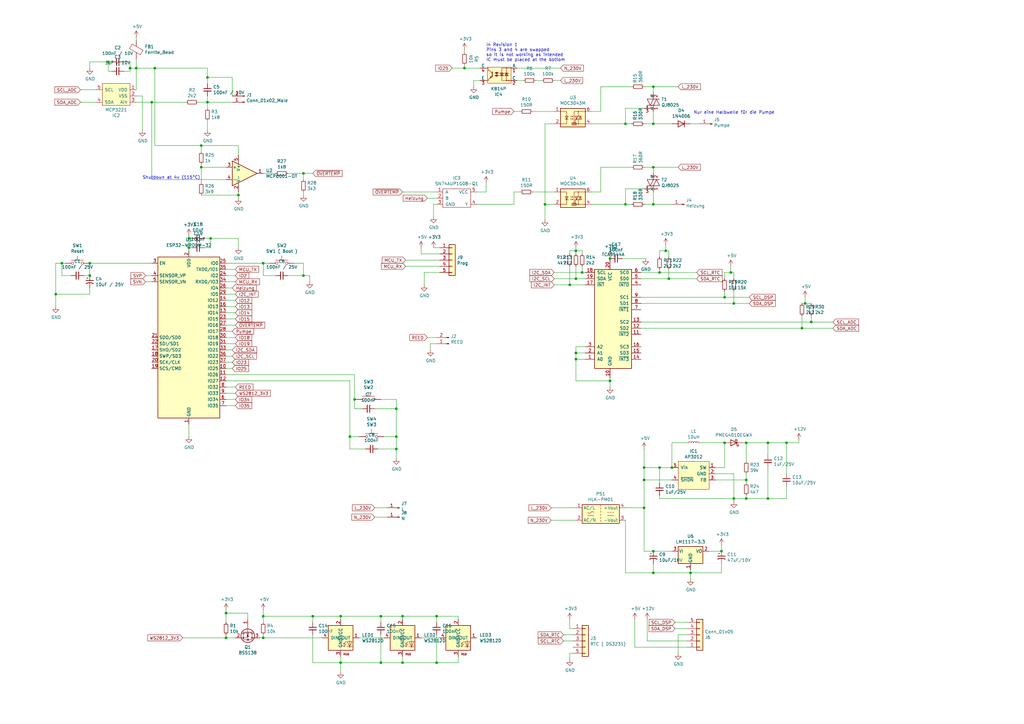
<source format=kicad_sch>
(kicad_sch (version 20211123) (generator eeschema)
  (paper "A3")
  (junction (at 250.19 106.045))
  (junction (at 85.09 31.75))
  (junction (at 233.68 116.84))
  (junction (at 332.74 132.08))
  (junction (at 267.97 83.82))
  (junction (at 190.5 27.94))
  (junction (at 295.91 226.06))
  (junction (at 162.56 179.07))
  (junction (at 236.22 102.87))
  (junction (at 314.96 181.61))
  (junction (at 223.52 83.82))
  (junction (at 256.54 50.8))
  (junction (at 139.7 271.78))
  (junction (at 270.51 111.76))
  (junction (at 274.32 114.3))
  (junction (at 236.22 114.3))
  (junction (at 330.2 124.46))
  (junction (at 275.59 191.77))
  (junction (at 267.97 50.8))
  (junction (at 300.99 124.46))
  (junction (at 238.76 111.76))
  (junction (at 267.97 35.56))
  (junction (at 124.46 71.12))
  (junction (at 179.07 271.78))
  (junction (at 44.45 25.4))
  (junction (at 77.47 101.6))
  (junction (at 63.5 27.94))
  (junction (at 156.21 271.78))
  (junction (at 314.96 204.47))
  (junction (at 139.7 252.73))
  (junction (at 300.99 204.47))
  (junction (at 156.21 252.73))
  (junction (at 82.55 68.58))
  (junction (at 306.07 181.61))
  (junction (at 306.07 204.47))
  (junction (at 299.72 111.76))
  (junction (at 267.97 234.95))
  (junction (at 297.18 181.61))
  (junction (at 22.86 120.65))
  (junction (at 92.71 251.46))
  (junction (at 97.79 80.01))
  (junction (at 36.83 113.03))
  (junction (at 145.415 163.83))
  (junction (at 264.16 208.28))
  (junction (at 322.58 181.61))
  (junction (at 36.83 107.95))
  (junction (at 267.97 68.58))
  (junction (at 86.36 97.79))
  (junction (at 283.21 234.95))
  (junction (at 264.16 196.85))
  (junction (at 53.34 27.94))
  (junction (at 107.95 107.95))
  (junction (at 306.07 196.85))
  (junction (at 236.22 147.32))
  (junction (at 92.71 261.62))
  (junction (at 55.88 27.94))
  (junction (at 85.09 41.91))
  (junction (at 25.4 107.95))
  (junction (at 270.51 191.77))
  (junction (at 107.95 252.73))
  (junction (at 124.46 113.03))
  (junction (at 82.55 59.69))
  (junction (at 128.27 252.73))
  (junction (at 328.93 134.62))
  (junction (at 162.56 184.15))
  (junction (at 165.1 271.78))
  (junction (at 250.19 156.21))
  (junction (at 267.97 226.06))
  (junction (at 77.47 97.79))
  (junction (at 297.18 121.92))
  (junction (at 62.23 41.91))
  (junction (at 264.16 191.77))
  (junction (at 107.95 261.62))
  (junction (at 143.51 179.07))
  (junction (at 236.22 144.78))
  (junction (at 162.56 167.64))
  (junction (at 273.05 102.87))
  (junction (at 256.54 83.82))
  (junction (at 165.1 252.73))
  (junction (at 179.07 252.73))
  (wire (pts (xy 322.58 181.61) (xy 327.66 181.61)))
  (wire (pts (xy 267.97 35.56) (xy 264.16 35.56)))
  (wire (pts (xy 92.71 158.75) (xy 96.52 158.75)))
  (wire (pts (xy 179.07 83.82) (xy 177.8 83.82)))
  (wire (pts (xy 162.56 167.64) (xy 162.56 179.07)))
  (wire (pts (xy 92.71 113.03) (xy 96.52 113.03)))
  (wire (pts (xy 50.8 25.4) (xy 53.34 25.4)))
  (wire (pts (xy 92.71 133.35) (xy 96.52 133.35)))
  (wire (pts (xy 218.44 78.74) (xy 227.33 78.74)))
  (wire (pts (xy 234.95 257.81) (xy 233.68 257.81)))
  (wire (pts (xy 190.5 27.94) (xy 185.42 27.94)))
  (wire (pts (xy 233.68 267.97) (xy 233.68 270.51)))
  (wire (pts (xy 255.27 106.045) (xy 264.795 106.045)))
  (wire (pts (xy 85.09 41.91) (xy 85.09 39.37)))
  (wire (pts (xy 293.37 194.31) (xy 300.99 194.31)))
  (wire (pts (xy 92.71 251.46) (xy 101.6 251.46)))
  (wire (pts (xy 233.68 109.22) (xy 233.68 116.84)))
  (wire (pts (xy 124.46 113.03) (xy 127 113.03)))
  (wire (pts (xy 223.52 50.8) (xy 223.52 83.82)))
  (wire (pts (xy 275.59 191.77) (xy 275.59 181.61)))
  (wire (pts (xy 176.53 140.97) (xy 179.07 140.97)))
  (wire (pts (xy 176.53 143.51) (xy 176.53 140.97)))
  (wire (pts (xy 264.16 191.77) (xy 264.16 184.15)))
  (wire (pts (xy 270.51 111.76) (xy 285.75 111.76)))
  (wire (pts (xy 234.95 267.97) (xy 233.68 267.97)))
  (wire (pts (xy 262.89 121.92) (xy 297.18 121.92)))
  (wire (pts (xy 267.97 78.74) (xy 267.97 83.82)))
  (wire (pts (xy 194.31 33.02) (xy 196.85 33.02)))
  (wire (pts (xy 36.83 107.95) (xy 62.23 107.95)))
  (wire (pts (xy 85.09 34.29) (xy 85.09 31.75)))
  (wire (pts (xy 227.33 33.02) (xy 229.87 33.02)))
  (wire (pts (xy 139.7 275.59) (xy 139.7 271.78)))
  (wire (pts (xy 250.19 158.75) (xy 250.19 156.21)))
  (wire (pts (xy 264.16 83.82) (xy 267.97 83.82)))
  (wire (pts (xy 236.22 144.78) (xy 236.22 147.32)))
  (wire (pts (xy 92.71 261.62) (xy 96.52 261.62)))
  (wire (pts (xy 97.79 97.79) (xy 97.79 101.6)))
  (wire (pts (xy 173.99 111.76) (xy 173.99 116.84)))
  (wire (pts (xy 229.87 27.94) (xy 212.09 27.94)))
  (wire (pts (xy 63.5 27.94) (xy 85.09 27.94)))
  (wire (pts (xy 124.46 80.01) (xy 124.46 78.74)))
  (wire (pts (xy 262.89 132.08) (xy 332.74 132.08)))
  (wire (pts (xy 242.57 83.82) (xy 256.54 83.82)))
  (wire (pts (xy 190.5 26.67) (xy 190.5 27.94)))
  (wire (pts (xy 270.51 203.2) (xy 270.51 204.47)))
  (wire (pts (xy 53.34 29.21) (xy 53.34 27.94)))
  (wire (pts (xy 306.07 181.61) (xy 314.96 181.61)))
  (wire (pts (xy 166.37 109.22) (xy 180.34 109.22)))
  (wire (pts (xy 233.68 102.87) (xy 236.22 102.87)))
  (wire (pts (xy 139.7 254) (xy 139.7 252.73)))
  (wire (pts (xy 281.94 257.81) (xy 276.86 257.81)))
  (wire (pts (xy 95.25 31.75) (xy 95.25 39.37)))
  (wire (pts (xy 256.54 83.82) (xy 259.08 83.82)))
  (wire (pts (xy 226.06 208.28) (xy 236.22 208.28)))
  (wire (pts (xy 145.415 167.64) (xy 148.59 167.64)))
  (wire (pts (xy 45.72 29.21) (xy 44.45 29.21)))
  (wire (pts (xy 92.71 73.66) (xy 62.23 73.66)))
  (wire (pts (xy 270.51 111.76) (xy 270.51 110.49)))
  (wire (pts (xy 147.32 179.07) (xy 143.51 179.07)))
  (wire (pts (xy 95.25 151.13) (xy 92.71 151.13)))
  (wire (pts (xy 306.07 196.85) (xy 293.37 196.85)))
  (wire (pts (xy 156.21 271.78) (xy 165.1 271.78)))
  (wire (pts (xy 36.83 118.11) (xy 36.83 120.65)))
  (wire (pts (xy 59.69 113.03) (xy 62.23 113.03)))
  (wire (pts (xy 267.97 50.8) (xy 275.59 50.8)))
  (wire (pts (xy 177.8 83.82) (xy 177.8 88.9)))
  (wire (pts (xy 44.45 25.4) (xy 45.72 25.4)))
  (wire (pts (xy 199.39 78.74) (xy 199.39 74.93)))
  (wire (pts (xy 278.13 35.56) (xy 267.97 35.56)))
  (wire (pts (xy 97.79 80.01) (xy 97.79 78.74)))
  (wire (pts (xy 101.6 251.46) (xy 101.6 254)))
  (wire (pts (xy 236.22 114.3) (xy 236.22 109.22)))
  (wire (pts (xy 25.4 107.95) (xy 26.67 107.95)))
  (wire (pts (xy 96.52 128.27) (xy 92.71 128.27)))
  (wire (pts (xy 195.58 83.82) (xy 210.82 83.82)))
  (wire (pts (xy 29.21 113.03) (xy 25.4 113.03)))
  (wire (pts (xy 322.58 181.61) (xy 322.58 194.31)))
  (wire (pts (xy 276.86 255.27) (xy 281.94 255.27)))
  (wire (pts (xy 264.16 196.85) (xy 264.16 191.77)))
  (wire (pts (xy 162.56 179.07) (xy 162.56 184.15)))
  (wire (pts (xy 77.47 97.79) (xy 77.47 96.52)))
  (wire (pts (xy 62.23 41.91) (xy 76.2 41.91)))
  (wire (pts (xy 267.97 234.95) (xy 267.97 231.14)))
  (wire (pts (xy 306.07 194.31) (xy 306.07 196.85)))
  (wire (pts (xy 187.96 252.73) (xy 187.96 254)))
  (wire (pts (xy 295.91 226.06) (xy 295.91 223.52)))
  (wire (pts (xy 82.55 67.31) (xy 82.55 68.58)))
  (wire (pts (xy 297.18 121.92) (xy 307.34 121.92)))
  (wire (pts (xy 236.22 147.32) (xy 236.22 156.21)))
  (wire (pts (xy 314.96 181.61) (xy 322.58 181.61)))
  (wire (pts (xy 157.48 179.07) (xy 162.56 179.07)))
  (wire (pts (xy 33.02 36.83) (xy 39.37 36.83)))
  (wire (pts (xy 227.33 83.82) (xy 223.52 83.82)))
  (wire (pts (xy 236.22 156.21) (xy 250.19 156.21)))
  (wire (pts (xy 107.95 252.73) (xy 128.27 252.73)))
  (wire (pts (xy 250.19 106.045) (xy 250.19 105.41)))
  (wire (pts (xy 270.51 198.12) (xy 270.51 191.77)))
  (wire (pts (xy 267.97 45.72) (xy 267.97 50.8)))
  (wire (pts (xy 74.93 261.62) (xy 92.71 261.62)))
  (wire (pts (xy 162.56 163.83) (xy 162.56 167.64)))
  (wire (pts (xy 92.71 140.97) (xy 96.52 140.97)))
  (wire (pts (xy 322.58 199.39) (xy 322.58 204.47)))
  (wire (pts (xy 124.46 71.12) (xy 124.46 73.66)))
  (wire (pts (xy 92.71 110.49) (xy 96.52 110.49)))
  (wire (pts (xy 256.54 208.28) (xy 264.16 208.28)))
  (wire (pts (xy 92.71 163.83) (xy 96.52 163.83)))
  (wire (pts (xy 162.56 184.15) (xy 162.56 187.96)))
  (wire (pts (xy 190.5 20.32) (xy 190.5 21.59)))
  (wire (pts (xy 82.55 59.69) (xy 82.55 62.23)))
  (wire (pts (xy 165.1 254) (xy 165.1 252.73)))
  (wire (pts (xy 283.21 234.95) (xy 283.21 233.68)))
  (wire (pts (xy 306.07 181.61) (xy 306.07 189.23)))
  (wire (pts (xy 212.09 33.02) (xy 214.63 33.02)))
  (wire (pts (xy 242.57 50.8) (xy 256.54 50.8)))
  (wire (pts (xy 179.07 255.27) (xy 179.07 252.73)))
  (wire (pts (xy 92.71 143.51) (xy 95.25 143.51)))
  (wire (pts (xy 259.08 35.56) (xy 246.38 35.56)))
  (wire (pts (xy 299.72 111.76) (xy 300.99 111.76)))
  (wire (pts (xy 81.28 41.91) (xy 85.09 41.91)))
  (wire (pts (xy 62.23 41.91) (xy 62.23 73.66)))
  (wire (pts (xy 332.74 132.08) (xy 332.74 129.54)))
  (wire (pts (xy 236.22 142.24) (xy 236.22 144.78)))
  (wire (pts (xy 145.415 163.83) (xy 145.415 167.64)))
  (wire (pts (xy 92.71 107.95) (xy 107.95 107.95)))
  (wire (pts (xy 55.88 27.94) (xy 55.88 36.83)))
  (wire (pts (xy 55.88 41.91) (xy 62.23 41.91)))
  (wire (pts (xy 236.22 102.87) (xy 238.76 102.87)))
  (wire (pts (xy 156.21 252.73) (xy 165.1 252.73)))
  (wire (pts (xy 113.03 113.03) (xy 107.95 113.03)))
  (wire (pts (xy 246.38 68.58) (xy 246.38 78.74)))
  (wire (pts (xy 285.75 114.3) (xy 274.32 114.3)))
  (wire (pts (xy 128.27 271.78) (xy 139.7 271.78)))
  (wire (pts (xy 175.26 138.43) (xy 179.07 138.43)))
  (wire (pts (xy 92.71 148.59) (xy 95.25 148.59)))
  (wire (pts (xy 300.99 194.31) (xy 300.99 204.47)))
  (wire (pts (xy 306.07 204.47) (xy 300.99 204.47)))
  (wire (pts (xy 273.05 102.87) (xy 273.05 100.33)))
  (wire (pts (xy 265.43 262.89) (xy 281.94 262.89)))
  (wire (pts (xy 92.71 153.67) (xy 145.415 153.67)))
  (wire (pts (xy 165.1 269.24) (xy 165.1 271.78)))
  (wire (pts (xy 97.79 59.69) (xy 97.79 63.5)))
  (wire (pts (xy 78.74 97.79) (xy 77.47 97.79)))
  (wire (pts (xy 295.91 234.95) (xy 283.21 234.95)))
  (wire (pts (xy 128.27 255.27) (xy 128.27 252.73)))
  (wire (pts (xy 22.86 107.95) (xy 25.4 107.95)))
  (wire (pts (xy 283.21 237.49) (xy 283.21 234.95)))
  (wire (pts (xy 227.33 45.72) (xy 218.44 45.72)))
  (wire (pts (xy 55.88 39.37) (xy 58.42 39.37)))
  (wire (pts (xy 92.71 156.21) (xy 143.51 156.21)))
  (wire (pts (xy 127 113.03) (xy 127 115.57)))
  (wire (pts (xy 96.52 125.73) (xy 92.71 125.73)))
  (wire (pts (xy 270.51 191.77) (xy 264.16 191.77)))
  (wire (pts (xy 226.06 213.36) (xy 236.22 213.36)))
  (wire (pts (xy 34.29 113.03) (xy 36.83 113.03)))
  (wire (pts (xy 270.51 102.87) (xy 273.05 102.87)))
  (wire (pts (xy 236.22 104.14) (xy 236.22 102.87)))
  (wire (pts (xy 300.99 124.46) (xy 300.99 119.38)))
  (wire (pts (xy 96.52 130.81) (xy 92.71 130.81)))
  (wire (pts (xy 275.59 196.85) (xy 264.16 196.85)))
  (wire (pts (xy 262.89 134.62) (xy 328.93 134.62)))
  (wire (pts (xy 231.14 262.89) (xy 234.95 262.89)))
  (wire (pts (xy 172.72 104.14) (xy 172.72 101.6)))
  (wire (pts (xy 283.21 50.8) (xy 287.02 50.8)))
  (wire (pts (xy 227.33 114.3) (xy 236.22 114.3)))
  (wire (pts (xy 297.18 114.3) (xy 297.18 111.76)))
  (wire (pts (xy 177.8 101.6) (xy 180.34 101.6)))
  (wire (pts (xy 86.36 101.6) (xy 86.36 97.79)))
  (wire (pts (xy 195.58 78.74) (xy 199.39 78.74)))
  (wire (pts (xy 120.65 107.95) (xy 124.46 107.95)))
  (wire (pts (xy 165.1 252.73) (xy 179.07 252.73)))
  (wire (pts (xy 85.09 27.94) (xy 85.09 31.75)))
  (wire (pts (xy 227.33 111.76) (xy 238.76 111.76)))
  (wire (pts (xy 107.95 107.95) (xy 110.49 107.95)))
  (wire (pts (xy 267.97 234.95) (xy 256.54 234.95)))
  (wire (pts (xy 62.23 115.57) (xy 59.69 115.57)))
  (wire (pts (xy 332.74 132.08) (xy 341.63 132.08)))
  (wire (pts (xy 299.72 111.76) (xy 299.72 109.22)))
  (wire (pts (xy 330.2 124.46) (xy 330.2 121.92)))
  (wire (pts (xy 233.68 116.84) (xy 240.03 116.84)))
  (wire (pts (xy 58.42 39.37) (xy 58.42 53.34)))
  (wire (pts (xy 96.52 123.19) (xy 92.71 123.19)))
  (wire (pts (xy 307.34 124.46) (xy 300.99 124.46)))
  (wire (pts (xy 107.95 71.12) (xy 113.03 71.12)))
  (wire (pts (xy 107.95 261.62) (xy 107.95 260.35)))
  (wire (pts (xy 77.47 179.07) (xy 77.47 173.99)))
  (wire (pts (xy 118.11 113.03) (xy 124.46 113.03)))
  (wire (pts (xy 55.88 27.94) (xy 55.88 24.13)))
  (wire (pts (xy 256.54 83.82) (xy 256.54 77.47)))
  (wire (pts (xy 107.95 252.73) (xy 107.95 250.19)))
  (wire (pts (xy 260.35 265.43) (xy 260.35 254)))
  (wire (pts (xy 92.71 138.43) (xy 96.52 138.43)))
  (wire (pts (xy 124.46 107.95) (xy 124.46 113.03)))
  (wire (pts (xy 267.97 35.56) (xy 267.97 38.1)))
  (wire (pts (xy 139.7 271.78) (xy 156.21 271.78)))
  (wire (pts (xy 53.34 25.4) (xy 53.34 27.94)))
  (wire (pts (xy 231.14 260.35) (xy 234.95 260.35)))
  (wire (pts (xy 50.8 29.21) (xy 53.34 29.21)))
  (wire (pts (xy 156.21 260.35) (xy 156.21 271.78)))
  (wire (pts (xy 223.52 90.17) (xy 223.52 83.82)))
  (wire (pts (xy 106.68 261.62) (xy 107.95 261.62)))
  (wire (pts (xy 92.71 115.57) (xy 96.52 115.57)))
  (wire (pts (xy 97.79 81.28) (xy 97.79 80.01)))
  (wire (pts (xy 179.07 252.73) (xy 187.96 252.73)))
  (wire (pts (xy 85.09 53.34) (xy 85.09 49.53)))
  (wire (pts (xy 92.71 250.19) (xy 92.71 251.46)))
  (wire (pts (xy 264.16 50.8) (xy 267.97 50.8)))
  (wire (pts (xy 85.09 31.75) (xy 95.25 31.75)))
  (wire (pts (xy 250.19 106.68) (xy 250.19 106.045)))
  (wire (pts (xy 153.67 167.64) (xy 162.56 167.64)))
  (wire (pts (xy 165.1 271.78) (xy 179.07 271.78)))
  (wire (pts (xy 242.57 45.72) (xy 246.38 45.72)))
  (wire (pts (xy 194.31 35.56) (xy 194.31 33.02)))
  (wire (pts (xy 33.02 41.91) (xy 39.37 41.91)))
  (wire (pts (xy 92.71 68.58) (xy 82.55 68.58)))
  (wire (pts (xy 44.45 29.21) (xy 44.45 25.4)))
  (wire (pts (xy 36.83 113.03) (xy 36.83 107.95)))
  (wire (pts (xy 240.03 142.24) (xy 236.22 142.24)))
  (wire (pts (xy 92.71 120.65) (xy 96.52 120.65)))
  (wire (pts (xy 156.21 255.27) (xy 156.21 252.73)))
  (wire (pts (xy 265.43 254) (xy 265.43 262.89)))
  (wire (pts (xy 238.76 111.76) (xy 238.76 109.22)))
  (wire (pts (xy 92.71 260.35) (xy 92.71 261.62)))
  (wire (pts (xy 270.51 105.41) (xy 270.51 102.87)))
  (wire (pts (xy 124.46 71.12) (xy 118.11 71.12)))
  (wire (pts (xy 262.89 124.46) (xy 300.99 124.46)))
  (wire (pts (xy 107.95 261.62) (xy 132.08 261.62)))
  (wire (pts (xy 63.5 59.69) (xy 63.5 27.94)))
  (wire (pts (xy 97.79 59.69) (xy 82.55 59.69)))
  (wire (pts (xy 78.74 101.6) (xy 77.47 101.6)))
  (wire (pts (xy 278.13 68.58) (xy 267.97 68.58)))
  (wire (pts (xy 267.97 68.58) (xy 267.97 71.12)))
  (wire (pts (xy 149.86 184.15) (xy 143.51 184.15)))
  (wire (pts (xy 295.91 231.14) (xy 295.91 234.95)))
  (wire (pts (xy 143.51 184.15) (xy 143.51 179.07)))
  (wire (pts (xy 278.13 260.35) (xy 278.13 267.97)))
  (wire (pts (xy 233.68 104.14) (xy 233.68 102.87)))
  (wire (pts (xy 210.82 45.72) (xy 213.36 45.72)))
  (wire (pts (xy 139.7 252.73) (xy 156.21 252.73)))
  (wire (pts (xy 275.59 191.77) (xy 270.51 191.77)))
  (wire (pts (xy 300.99 204.47) (xy 300.99 205.74)))
  (wire (pts (xy 327.66 181.61) (xy 327.66 180.34)))
  (wire (pts (xy 36.83 120.65) (xy 22.86 120.65)))
  (wire (pts (xy 273.05 102.87) (xy 274.32 102.87)))
  (wire (pts (xy 77.47 101.6) (xy 77.47 102.87)))
  (wire (pts (xy 260.35 265.43) (xy 281.94 265.43)))
  (wire (pts (xy 256.54 77.47) (xy 264.16 77.47)))
  (wire (pts (xy 153.67 212.09) (xy 158.75 212.09)))
  (wire (pts (xy 238.76 102.87) (xy 238.76 104.14)))
  (wire (pts (xy 179.07 260.35) (xy 179.07 271.78)))
  (wire (pts (xy 128.27 71.12) (xy 124.46 71.12)))
  (wire (pts (xy 240.03 111.76) (xy 238.76 111.76)))
  (wire (pts (xy 83.82 101.6) (xy 86.36 101.6)))
  (wire (pts (xy 240.03 114.3) (xy 236.22 114.3)))
  (wire (pts (xy 128.27 260.35) (xy 128.27 271.78)))
  (wire (pts (xy 275.59 181.61) (xy 281.94 181.61)))
  (wire (pts (xy 196.85 27.94) (xy 190.5 27.94)))
  (wire (pts (xy 82.55 59.69) (xy 63.5 59.69)))
  (wire (pts (xy 227.33 116.84) (xy 233.68 116.84)))
  (wire (pts (xy 256.54 234.95) (xy 256.54 213.36)))
  (wire (pts (xy 242.57 78.74) (xy 246.38 78.74)))
  (wire (pts (xy 306.07 196.85) (xy 306.07 198.12)))
  (wire (pts (xy 92.71 146.05) (xy 95.25 146.05)))
  (wire (pts (xy 274.32 102.87) (xy 274.32 105.41)))
  (wire (pts (xy 85.09 41.91) (xy 95.25 41.91)))
  (wire (pts (xy 166.37 106.68) (xy 180.34 106.68)))
  (wire (pts (xy 297.18 181.61) (xy 297.18 191.77)))
  (wire (pts (xy 240.03 147.32) (xy 236.22 147.32)))
  (wire (pts (xy 314.96 186.69) (xy 314.96 181.61)))
  (wire (pts (xy 264.16 196.85) (xy 264.16 208.28)))
  (wire (pts (xy 77.47 97.79) (xy 77.47 101.6)))
  (wire (pts (xy 22.86 125.73) (xy 22.86 120.65)))
  (wire (pts (xy 107.95 113.03) (xy 107.95 107.95)))
  (wire (pts (xy 187.96 271.78) (xy 187.96 269.24)))
  (wire (pts (xy 53.34 27.94) (xy 55.88 27.94)))
  (wire (pts (xy 297.18 121.92) (xy 297.18 119.38)))
  (wire (pts (xy 304.8 181.61) (xy 306.07 181.61)))
  (wire (pts (xy 246.38 35.56) (xy 246.38 45.72)))
  (wire (pts (xy 314.96 204.47) (xy 314.96 191.77)))
  (wire (pts (xy 86.36 97.79) (xy 83.82 97.79)))
  (wire (pts (xy 262.89 114.3) (xy 274.32 114.3)))
  (wire (pts (xy 96.52 166.37) (xy 92.71 166.37)))
  (wire (pts (xy 328.93 124.46) (xy 330.2 124.46)))
  (wire (pts (xy 306.07 204.47) (xy 314.96 204.47)))
  (wire (pts (xy 92.71 255.27) (xy 92.71 251.46)))
  (wire (pts (xy 267.97 226.06) (xy 264.16 226.06)))
  (wire (pts (xy 290.83 226.06) (xy 295.91 226.06)))
  (wire (pts (xy 139.7 271.78) (xy 139.7 269.24)))
  (wire (pts (xy 179.07 271.78) (xy 187.96 271.78)))
  (wire (pts (xy 86.36 97.79) (xy 97.79 97.79)))
  (wire (pts (xy 36.83 25.4) (xy 36.83 27.94)))
  (wire (pts (xy 236.22 102.87) (xy 236.22 101.6)))
  (wire (pts (xy 223.52 50.8) (xy 227.33 50.8)))
  (wire (pts (xy 283.21 234.95) (xy 267.97 234.95)))
  (wire (pts (xy 328.93 129.54) (xy 328.93 134.62)))
  (wire (pts (xy 92.71 135.89) (xy 95.25 135.89)))
  (wire (pts (xy 219.71 33.02) (xy 222.25 33.02)))
  (wire (pts (xy 22.86 120.65) (xy 22.86 107.95)))
  (wire (pts (xy 281.94 260.35) (xy 278.13 260.35)))
  (wire (pts (xy 107.95 255.27) (xy 107.95 252.73)))
  (wire (pts (xy 210.82 83.82) (xy 210.82 78.74)))
  (wire (pts (xy 44.45 25.4) (xy 36.83 25.4)))
  (wire (pts (xy 82.55 80.01) (xy 97.79 80.01)))
  (wire (pts (xy 55.88 15.24) (xy 55.88 16.51)))
  (wire (pts (xy 165.1 78.74) (xy 179.07 78.74)))
  (wire (pts (xy 147.32 261.62) (xy 157.48 261.62)))
  (wire (pts (xy 180.34 104.14) (xy 172.72 104.14)))
  (wire (pts (xy 175.26 81.28) (xy 179.07 81.28)))
  (wire (pts (xy 210.82 78.74) (xy 213.36 78.74)))
  (wire (pts (xy 270.51 204.47) (xy 300.99 204.47)))
  (wire (pts (xy 92.71 118.11) (xy 95.25 118.11)))
  (wire (pts (xy 275.59 226.06) (xy 267.97 226.06)))
  (wire (pts (xy 297.18 191.77) (xy 293.37 191.77)))
  (wire (pts (xy 153.67 208.28) (xy 158.75 208.28)))
  (wire (pts (xy 63.5 27.94) (xy 55.88 27.94)))
  (wire (pts (xy 256.54 50.8) (xy 256.54 44.45)))
  (wire (pts (xy 297.18 111.76) (xy 299.72 111.76)))
  (wire (pts (xy 267.97 68.58) (xy 264.16 68.58)))
  (wire (pts (xy 250.19 156.21) (xy 250.19 154.94)))
  (wire (pts (xy 306.07 203.2) (xy 306.07 204.47)))
  (wire (pts (xy 172.72 261.62) (xy 180.34 261.62)))
  (wire (pts (xy 143.51 156.21) (xy 143.51 179.07)))
  (wire (pts (xy 82.55 68.58) (xy 82.55 74.93)))
  (wire (pts (xy 300.99 111.76) (xy 300.99 114.3)))
  (wire (pts (xy 267.97 83.82) (xy 275.59 83.82)))
  (wire (pts (xy 180.34 111.76) (xy 173.99 111.76)))
  (wire (pts (xy 25.4 113.03) (xy 25.4 107.95)))
  (wire (pts (xy 259.08 68.58) (xy 246.38 68.58)))
  (wire (pts (xy 240.03 144.78) (xy 236.22 144.78)))
  (wire (pts (xy 145.415 163.83) (xy 145.415 153.67)))
  (wire (pts (xy 264.16 208.28) (xy 264.16 226.06)))
  (wire (pts (xy 262.89 111.76) (xy 270.51 111.76)))
  (wire (pts (xy 256.54 50.8) (xy 259.08 50.8)))
  (wire (pts (xy 287.02 181.61) (xy 297.18 181.61)))
  (wire (pts (xy 154.94 184.15) (xy 162.56 184.15)))
  (wire (pts (xy 256.54 44.45) (xy 264.16 44.45)))
  (wire (pts (xy 322.58 204.47) (xy 314.96 204.47)))
  (wire (pts (xy 330.2 124.46) (xy 332.74 124.46)))
  (wire (pts (xy 92.71 161.29) (xy 96.52 161.29)))
  (wire (pts (xy 156.21 163.83) (xy 162.56 163.83)))
  (wire (pts (xy 128.27 252.73) (xy 139.7 252.73)))
  (wire (pts (xy 85.09 41.91) (xy 85.09 44.45)))
  (wire (pts (xy 341.63 134.62) (xy 328.93 134.62)))
  (wire (pts (xy 233.68 254) (xy 233.68 257.81)))
  (wire (pts (xy 274.32 114.3) (xy 274.32 110.49)))
  (wire (pts (xy 145.415 163.83) (xy 146.05 163.83)))
  (text "Nur eine Halbwelle für die Pumpe" (at 284.48 46.99 0) (effects (font (size 1.27 1.27)) (justify left bottom)))
  (text "In Revision 1 \nPins 3 and 4 are swapped\nso it is not working as intended\nIC must be placed at the bottom" (at 199.39 25.4 0) (effects (font (size 1.27 1.27)) (justify left bottom)))
  (text "Shutdown at 4v (115°C)\n" (at 58.42 73.66 0) (effects (font (size 1.27 1.27)) (justify left bottom)))
  (global_label "SDA_ADC" (shape input) (at 341.63 134.62 0) (property "Intersheet References" "${INTERSHEET_REFS}" (effects hide)))
  (global_label "MCU_RX" (shape input) (at 166.37 109.22 180) (property "Intersheet References" "${INTERSHEET_REFS}" (effects hide)))
  (global_label "L_230V" (shape input) (at 278.13 35.56 0) (property "Intersheet References" "${INTERSHEET_REFS}" (effects hide)))
  (global_label "REED" (shape input) (at 96.52 158.75 0) (property "Intersheet References" "${INTERSHEET_REFS}" (effects hide)))
  (global_label "IO34" (shape input) (at 96.52 163.83 0) (property "Intersheet References" "${INTERSHEET_REFS}" (effects hide)))
  (global_label "I2C_SCL" (shape input) (at 227.33 114.3 180) (property "Intersheet References" "${INTERSHEET_REFS}" (effects hide)))
  (global_label "SCL_DSP" (shape input) (at 307.34 121.92 0) (property "Intersheet References" "${INTERSHEET_REFS}" (effects hide)))
  (global_label "MCU_TX" (shape input) (at 96.52 110.49 0) (property "Intersheet References" "${INTERSHEET_REFS}" (effects hide)))
  (global_label "IO14" (shape input) (at 96.52 128.27 0) (property "Intersheet References" "${INTERSHEET_REFS}" (effects hide)))
  (global_label "IO19" (shape input) (at 96.52 140.97 0) (property "Intersheet References" "${INTERSHEET_REFS}" (effects hide)))
  (global_label "L_230V" (shape input) (at 153.67 208.28 180) (property "Intersheet References" "${INTERSHEET_REFS}" (effects hide)))
  (global_label "L_230V" (shape input) (at 226.06 208.28 180) (property "Intersheet References" "${INTERSHEET_REFS}" (effects hide)))
  (global_label "~{OVERTEMP}" (shape input) (at 165.1 78.74 180) (property "Intersheet References" "${INTERSHEET_REFS}" (effects hide)))
  (global_label "L_230V" (shape input) (at 229.87 33.02 0) (property "Intersheet References" "${INTERSHEET_REFS}" (effects hide)))
  (global_label "I2C_SDA" (shape input) (at 95.25 143.51 0) (property "Intersheet References" "${INTERSHEET_REFS}" (effects hide)))
  (global_label "IO23" (shape input) (at 95.25 148.59 0) (property "Intersheet References" "${INTERSHEET_REFS}" (effects hide)))
  (global_label "I2C_SDA" (shape input) (at 227.33 111.76 180) (property "Intersheet References" "${INTERSHEET_REFS}" (effects hide)))
  (global_label "WS2812_3V3" (shape input) (at 96.52 161.29 0) (property "Intersheet References" "${INTERSHEET_REFS}" (effects hide)))
  (global_label "N_230V" (shape input) (at 229.87 27.94 0) (property "Intersheet References" "${INTERSHEET_REFS}" (effects hide)))
  (global_label "SDA_RTC" (shape input) (at 231.14 260.35 180) (property "Intersheet References" "${INTERSHEET_REFS}" (effects hide)))
  (global_label "I2C_INT" (shape input) (at 227.33 116.84 180) (property "Intersheet References" "${INTERSHEET_REFS}" (effects hide)))
  (global_label "IO35" (shape input) (at 96.52 166.37 0) (property "Intersheet References" "${INTERSHEET_REFS}" (effects hide)))
  (global_label "SCL_DSP" (shape input) (at 276.86 255.27 180) (property "Intersheet References" "${INTERSHEET_REFS}" (effects hide)))
  (global_label "IO18" (shape input) (at 96.52 138.43 0) (property "Intersheet References" "${INTERSHEET_REFS}" (effects hide)))
  (global_label "N_230V" (shape input) (at 153.67 212.09 180) (property "Intersheet References" "${INTERSHEET_REFS}" (effects hide)))
  (global_label "MCU_RX" (shape input) (at 96.52 115.57 0) (property "Intersheet References" "${INTERSHEET_REFS}" (effects hide)))
  (global_label "WS2812_3V3" (shape input) (at 74.93 261.62 180) (property "Intersheet References" "${INTERSHEET_REFS}" (effects hide)))
  (global_label "SDA_RTC" (shape input) (at 285.75 114.3 0) (property "Intersheet References" "${INTERSHEET_REFS}" (effects hide)))
  (global_label "SDA_ADC" (shape input) (at 33.02 41.91 180) (property "Intersheet References" "${INTERSHEET_REFS}" (effects hide)))
  (global_label "L_230V" (shape input) (at 278.13 68.58 0) (property "Intersheet References" "${INTERSHEET_REFS}" (effects hide)))
  (global_label "IO25" (shape input) (at 95.25 151.13 0) (property "Intersheet References" "${INTERSHEET_REFS}" (effects hide)))
  (global_label "IO13" (shape input) (at 96.52 125.73 0) (property "Intersheet References" "${INTERSHEET_REFS}" (effects hide)))
  (global_label "SDA_DSP" (shape input) (at 307.34 124.46 0) (property "Intersheet References" "${INTERSHEET_REFS}" (effects hide)))
  (global_label "SCL_RTC" (shape input) (at 231.14 262.89 180) (property "Intersheet References" "${INTERSHEET_REFS}" (effects hide)))
  (global_label "Pumpe" (shape input) (at 210.82 45.72 180) (property "Intersheet References" "${INTERSHEET_REFS}" (effects hide)))
  (global_label "I2C_INT" (shape input) (at 96.52 120.65 0) (property "Intersheet References" "${INTERSHEET_REFS}" (effects hide)))
  (global_label "N_230V" (shape input) (at 226.06 213.36 180) (property "Intersheet References" "${INTERSHEET_REFS}" (effects hide)))
  (global_label "SCL_ADC" (shape input) (at 33.02 36.83 180) (property "Intersheet References" "${INTERSHEET_REFS}" (effects hide)))
  (global_label "IO12" (shape input) (at 96.52 123.19 0) (property "Intersheet References" "${INTERSHEET_REFS}" (effects hide)))
  (global_label "Heizung" (shape input) (at 95.25 118.11 0) (property "Intersheet References" "${INTERSHEET_REFS}" (effects hide)))
  (global_label "SVP" (shape input) (at 59.69 113.03 180) (property "Intersheet References" "${INTERSHEET_REFS}" (effects hide)))
  (global_label "Pumpe" (shape input) (at 95.25 135.89 0) (property "Intersheet References" "${INTERSHEET_REFS}" (effects hide)))
  (global_label "~{OVERTEMP}" (shape input) (at 128.27 71.12 0) (property "Intersheet References" "${INTERSHEET_REFS}" (effects hide)))
  (global_label "IO15" (shape input) (at 96.52 130.81 0) (property "Intersheet References" "${INTERSHEET_REFS}" (effects hide)))
  (global_label "~{OVERTEMP}" (shape input) (at 96.52 133.35 0) (property "Intersheet References" "${INTERSHEET_REFS}" (effects hide)))
  (global_label "Heizung" (shape input) (at 175.26 81.28 180) (property "Intersheet References" "${INTERSHEET_REFS}" (effects hide)))
  (global_label "REED" (shape input) (at 175.26 138.43 180) (property "Intersheet References" "${INTERSHEET_REFS}" (effects hide)))
  (global_label "SVN" (shape input) (at 59.69 115.57 180) (property "Intersheet References" "${INTERSHEET_REFS}" (effects hide)))
  (global_label "SCL_ADC" (shape input) (at 341.63 132.08 0) (property "Intersheet References" "${INTERSHEET_REFS}" (effects hide)))
  (global_label "SCL_RTC" (shape input) (at 285.75 111.76 0) (property "Intersheet References" "${INTERSHEET_REFS}" (effects hide)))
  (global_label "MCU_TX" (shape input) (at 166.37 106.68 180) (property "Intersheet References" "${INTERSHEET_REFS}" (effects hide)))
  (global_label "I2C_SCL" (shape input) (at 95.25 146.05 0) (property "Intersheet References" "${INTERSHEET_REFS}" (effects hide)))
  (global_label "IO2" (shape input) (at 96.52 113.03 0) (property "Intersheet References" "${INTERSHEET_REFS}" (effects hide)))
  (global_label "IO25" (shape input) (at 185.42 27.94 180) (property "Intersheet References" "${INTERSHEET_REFS}" (effects hide)))
  (global_label "SDA_DSP" (shape input) (at 276.86 257.81 180) (property "Intersheet References" "${INTERSHEET_REFS}" (effects hide)))
  (symbol (lib_id "RF_Module:ESP32-WROOM-32") (at 77.47 138.43 0) (unit 1)
    (property "Reference" "U1" (at 77.47 98.2726 0))
    (property "Value" "ESP32-WROOM-32" (at 77.47 100.584 0))
    (property "Footprint" "RF_Module:ESP32-WROOM-32" (effects hide))
    (property "Datasheet" "https://www.espressif.com/sites/default/files/documentation/esp32-wroom-32_datasheet_en.pdf" (effects hide))
  )
  (symbol (lib_id "Switch:SW_Push") (at 115.57 107.95 0) (unit 1)
    (property "Reference" "SW2" (at 115.57 100.711 0))
    (property "Value" "SW1 ( Boot )" (at 115.57 103.0224 0))
    (property "Footprint" "Button_Switch_THT:SW_PUSH_6mm" (effects hide))
  )
  (symbol (lib_id "Switch:SW_Push") (at 152.4 179.07 0) (unit 1)
    (property "Reference" "SW4" (at 152.4 171.831 0))
    (property "Value" "SW3" (at 152.4 174.1424 0))
    (property "Footprint" "Button_Switch_THT:SW_PUSH_6mm" (effects hide))
  )
  (symbol (lib_id "Switch:SW_Push") (at 151.13 163.83 0) (unit 1)
    (property "Reference" "SW3" (at 151.13 156.591 0))
    (property "Value" "SW2" (at 151.13 158.9024 0))
    (property "Footprint" "Button_Switch_THT:SW_PUSH_6mm" (effects hide))
  )
  (symbol (lib_id "Switch:SW_Push") (at 31.75 107.95 0) (unit 1)
    (property "Reference" "SW1" (at 31.75 100.711 0))
    (property "Value" "Reset" (at 31.75 103.0224 0))
    (property "Footprint" "Button_Switch_THT:SW_PUSH_6mm" (effects hide))
  )
  (symbol (lib_id "Device:C_Small") (at 115.57 113.03 270) (unit 1)
    (property "Reference" "C6" (at 115.57 107.2134 90))
    (property "Value" "100nF / 25V" (at 115.57 109.5248 90))
    (property "Footprint" "Capacitor_SMD:C_0805_2012Metric_Pad1.15x1.40mm_HandSolder" (effects hide))
    (property "Order No. Mouser" "710-885012207098" (effects hide))
  )
  (symbol (lib_id "power:GND") (at 22.86 125.73 0) (unit 1)
    (property "Reference" "#PWR01" (effects hide))
    (property "Value" "GND" (at 22.987 130.1242 0))
  )
  (symbol (lib_id "Device:C_Small") (at 31.75 113.03 270) (unit 1)
    (property "Reference" "C1" (at 31.75 107.2134 90))
    (property "Value" "100nF / 25V" (at 31.75 109.5248 90))
    (property "Footprint" "Capacitor_SMD:C_0805_2012Metric_Pad1.15x1.40mm_HandSolder" (effects hide))
    (property "Order No. Mouser" "710-885012207098" (effects hide))
  )
  (symbol (lib_id "Device:CP1_Small") (at 36.83 115.57 0) (unit 1)
    (property "Reference" "C4" (at 39.1414 114.4016 0) (effects (justify left)))
    (property "Value" "10uF / 25V" (at 39.1414 116.713 0) (effects (justify left)))
    (property "Footprint" "Capacitor_SMD:C_0805_2012Metric_Pad1.15x1.40mm_HandSolder" (effects hide))
    (property "Order No. Mouser" "0805X106K250CT" (effects hide))
  )
  (symbol (lib_id "WS2812D:WS2812D") (at 139.7 252.73 0) (unit 1)
    (property "Reference" "LED1" (at 148.4376 260.4516 0) (effects (justify left)))
    (property "Value" "WS2812D" (at 148.4376 262.763 0) (effects (justify left)))
    (property "Footprint" "WS2812D:WS2812D_THT" (effects hide))
  )
  (symbol (lib_id "WS2812D:WS2812D") (at 187.96 252.73 0) (unit 1)
    (property "Reference" "LED3" (at 196.6976 260.4516 0) (effects (justify left)))
    (property "Value" "WS2812D" (at 196.6976 262.763 0) (effects (justify left)))
    (property "Footprint" "WS2812D:WS2812D_THT" (effects hide))
  )
  (symbol (lib_id "Device:C_Small") (at 151.13 167.64 270) (unit 1)
    (property "Reference" "C7" (at 151.13 161.8234 90))
    (property "Value" "100nF" (at 151.13 164.1348 90))
    (property "Footprint" "Capacitor_SMD:C_0805_2012Metric_Pad1.15x1.40mm_HandSolder" (effects hide))
    (property "Order No. Mouser" "710-885012207098" (effects hide))
  )
  (symbol (lib_id "Device:C_Small") (at 152.4 184.15 270) (unit 1)
    (property "Reference" "C8" (at 152.4 178.3334 90))
    (property "Value" "100nF" (at 152.4 180.6448 90))
    (property "Footprint" "Capacitor_SMD:C_0805_2012Metric_Pad1.15x1.40mm_HandSolder" (effects hide))
    (property "Order No. Mouser" "710-885012207098" (effects hide))
  )
  (symbol (lib_id "power:GND") (at 162.56 187.96 0) (unit 1)
    (property "Reference" "#PWR012" (effects hide))
    (property "Value" "GND" (at 162.687 192.3542 0))
  )
  (symbol (lib_id "Device:C_Small") (at 81.28 97.79 270) (unit 1)
    (property "Reference" "C18" (at 81.28 91.9734 90))
    (property "Value" "10uF" (at 81.28 94.2848 90))
    (property "Footprint" "Capacitor_SMD:C_0805_2012Metric_Pad1.15x1.40mm_HandSolder" (effects hide))
    (property "Order No. Mouser" "0805X106K250CT" (effects hide))
  )
  (symbol (lib_id "Device:C_Small") (at 81.28 101.6 270) (unit 1)
    (property "Reference" "C19" (at 81.28 95.7834 90))
    (property "Value" "100nF" (at 81.28 98.0948 90))
    (property "Footprint" "Capacitor_SMD:C_0805_2012Metric_Pad1.15x1.40mm_HandSolder" (effects hide))
    (property "Order No. Mouser" "710-885012207098" (effects hide))
  )
  (symbol (lib_id "Relay_SolidState:MOC3043M") (at 234.95 48.26 0) (unit 1)
    (property "Reference" "U3" (at 234.95 40.005 0))
    (property "Value" "MOC3043M" (at 234.95 42.3164 0))
    (property "Footprint" "Package_DIP:DIP-6_W7.62mm" (effects hide))
    (property "Datasheet" "http://www.fairchildsemi.com/ds/MO/MOC3031M.pdf" (effects hide))
    (property "Order No. Mouser" "512-MOC3043M" (effects hide))
  )
  (symbol (lib_id "Device:R_Small") (at 236.22 106.68 0) (mirror y) (unit 1)
    (property "Reference" "R13" (at 234.7214 105.5116 0) (effects (justify left)))
    (property "Value" "2k2" (at 234.7214 107.823 0) (effects (justify left)))
    (property "Footprint" "Resistor_SMD:R_0805_2012Metric_Pad1.15x1.40mm_HandSolder" (effects hide))
    (property "Order No. Mouser" "CRCW08052K20FKEAC" (effects hide))
  )
  (symbol (lib_id "Device:R_Small") (at 238.76 106.68 0) (unit 1)
    (property "Reference" "R14" (at 240.2586 105.5116 0) (effects (justify left)))
    (property "Value" "2k2" (at 240.2586 107.823 0) (effects (justify left)))
    (property "Footprint" "Resistor_SMD:R_0805_2012Metric_Pad1.15x1.40mm_HandSolder" (effects hide))
    (property "Order No. Mouser" "CRCW08052K20FKEAC" (effects hide))
  )
  (symbol (lib_id "WS2812D:WS2812D") (at 165.1 252.73 0) (unit 1)
    (property "Reference" "LED2" (at 173.8376 260.4516 0) (effects (justify left)))
    (property "Value" "WS2812D" (at 173.8376 262.763 0) (effects (justify left)))
    (property "Footprint" "WS2812D:WS2812D_THT" (effects hide))
  )
  (symbol (lib_id "Relay_SolidState:MOC3043M") (at 234.95 81.28 0) (unit 1)
    (property "Reference" "U4" (at 234.95 73.025 0))
    (property "Value" "MOC3043M" (at 234.95 75.3364 0))
    (property "Footprint" "Package_DIP:DIP-6_W7.62mm" (effects hide))
    (property "Datasheet" "http://www.fairchildsemi.com/ds/MO/MOC3031M.pdf" (effects hide))
    (property "Order No. Mouser" "512-MOC3043M" (effects hide))
  )
  (symbol (lib_id "power:GND") (at 223.52 90.17 0) (unit 1)
    (property "Reference" "#PWR013" (effects hide))
    (property "Value" "GND" (at 223.647 94.5642 0))
  )
  (symbol (lib_id "Device:R_Small") (at 215.9 45.72 270) (unit 1)
    (property "Reference" "R10" (at 215.9 40.7416 90))
    (property "Value" "150R" (at 215.9 43.053 90))
    (property "Footprint" "Resistor_SMD:R_0805_2012Metric_Pad1.15x1.40mm_HandSolder" (effects hide))
  )
  (symbol (lib_id "Device:R_Small") (at 215.9 78.74 270) (unit 1)
    (property "Reference" "R11" (at 215.9 73.7616 90))
    (property "Value" "150R" (at 215.9 76.073 90))
    (property "Footprint" "Resistor_SMD:R_0805_2012Metric_Pad1.15x1.40mm_HandSolder" (effects hide))
    (property "Order No. Mouser" "CRCW0805150KFKEA" (effects hide))
  )
  (symbol (lib_id "Connector:Conn_01x01_Male") (at 292.1 50.8 180) (unit 1)
    (property "Reference" "J5" (at 292.8112 49.0728 0) (effects (justify right)))
    (property "Value" "Pumpe" (at 292.8112 51.3842 0) (effects (justify right)))
    (property "Footprint" "Connector_PinHeader_2.54mm:PinHeader_1x01_P2.54mm_Vertical" (effects hide))
  )
  (symbol (lib_id "Device:R_Small") (at 261.62 50.8 90) (unit 1)
    (property "Reference" "R16" (at 260.4516 49.3014 0) (effects (justify left)))
    (property "Value" "330R" (at 262.763 49.3014 0) (effects (justify left)))
    (property "Footprint" "Resistor_THT:R_Axial_DIN0207_L6.3mm_D2.5mm_P7.62mm_Horizontal" (effects hide))
    (property "Order No. Mouser" "CCF07330RJKE36" (effects hide))
  )
  (symbol (lib_id "Device:R_Small") (at 261.62 35.56 90) (unit 1)
    (property "Reference" "R15" (at 260.4516 34.0614 0) (effects (justify left)))
    (property "Value" "360R" (at 262.763 34.0614 0) (effects (justify left)))
    (property "Footprint" "Resistor_THT:R_Axial_DIN0207_L6.3mm_D2.5mm_P7.62mm_Horizontal" (effects hide))
    (property "Order No. Mouser" "71-CCF07360KGKE36" (effects hide))
  )
  (symbol (lib_id "power:+3V3") (at 236.22 101.6 0) (unit 1)
    (property "Reference" "#PWR017" (effects hide))
    (property "Value" "+3V3" (at 236.601 97.2058 0))
  )
  (symbol (lib_id "power:GND") (at 250.19 158.75 0) (unit 1)
    (property "Reference" "#PWR019" (effects hide))
    (property "Value" "GND" (at 250.317 163.1442 0))
  )
  (symbol (lib_id "Connector:Conn_01x01_Male") (at 280.67 83.82 180) (unit 1)
    (property "Reference" "J4" (at 281.3812 82.0928 0) (effects (justify right)))
    (property "Value" "Heizung" (at 281.3812 84.4042 0) (effects (justify right)))
    (property "Footprint" "Connector_PinHeader_2.54mm:PinHeader_1x01_P2.54mm_Vertical" (effects hide))
  )
  (symbol (lib_id "Device:R_Small") (at 261.62 83.82 90) (unit 1)
    (property "Reference" "R18" (at 260.4516 82.3214 0) (effects (justify left)))
    (property "Value" "330R" (at 262.763 82.3214 0) (effects (justify left)))
    (property "Footprint" "Resistor_THT:R_Axial_DIN0207_L6.3mm_D2.5mm_P7.62mm_Horizontal" (effects hide))
    (property "Order No. Mouser" "71-CCF07330RJKE36" (effects hide))
  )
  (symbol (lib_id "Device:R_Small") (at 261.62 68.58 90) (unit 1)
    (property "Reference" "R17" (at 260.4516 67.0814 0) (effects (justify left)))
    (property "Value" "360R" (at 262.763 67.0814 0) (effects (justify left)))
    (property "Footprint" "Resistor_THT:R_Axial_DIN0207_L6.3mm_D2.5mm_P7.62mm_Horizontal" (effects hide))
    (property "Order No. Mouser" "71-CCF07360KGKE36" (effects hide))
  )
  (symbol (lib_id "Device:R_Small") (at 233.68 106.68 0) (mirror y) (unit 1)
    (property "Reference" "R12" (at 232.1814 105.5116 0) (effects (justify left)))
    (property "Value" "4k7" (at 232.1814 107.823 0) (effects (justify left)))
    (property "Footprint" "Resistor_SMD:R_0805_2012Metric_Pad1.15x1.40mm_HandSolder" (effects hide))
    (property "Order No. Mouser" "CRCW08054K70FKEBC" (effects hide))
  )
  (symbol (lib_id "Device:R_Small") (at 224.79 33.02 270) (unit 1)
    (property "Reference" "R7" (at 224.79 28.0416 90))
    (property "Value" "100k" (at 224.79 30.353 90))
    (property "Footprint" "Resistor_THT:R_Axial_DIN0207_L6.3mm_D2.5mm_P7.62mm_Horizontal" (effects hide))
    (property "Order No. Mouser" "603-MFR-25FBF52-100K " (effects hide))
  )
  (symbol (lib_id "power:GND") (at 127 115.57 0) (unit 1)
    (property "Reference" "#PWR09" (effects hide))
    (property "Value" "GND" (at 127.127 119.9642 0))
  )
  (symbol (lib_id "BCD_Semiconductor:AP3012") (at 284.48 187.96 0) (mirror y) (unit 1)
    (property "Reference" "IC1" (at 284.48 185.039 0))
    (property "Value" "AP3012" (at 284.48 187.3504 0))
    (property "Footprint" "Package_TO_SOT_SMD:SOT-23-5_HandSoldering" (effects hide))
    (property "Order No. Mouser" "621-AP3012KTR-G1" (effects hide))
  )
  (symbol (lib_id "power:GND") (at 97.79 101.6 0) (unit 1)
    (property "Reference" "#PWR05" (effects hide))
    (property "Value" "GND" (at 97.917 105.9942 0))
  )
  (symbol (lib_id "Device:L_Small") (at 284.48 181.61 90) (unit 1)
    (property "Reference" "L1" (at 284.48 176.911 90))
    (property "Value" "10uH" (at 284.48 179.2224 90))
    (property "Footprint" "Inductor_SMD:L_Wuerth_MAPI-3015" (effects hide))
    (property "Order No. Mouser" "710-74438335100 " (effects hide))
  )
  (symbol (lib_id "Device:Ferrite_Bead") (at 55.88 20.32 0) (unit 1)
    (property "Reference" "FB1" (at 59.3598 19.1516 0) (effects (justify left)))
    (property "Value" "Ferrite_Bead" (at 59.3598 21.463 0) (effects (justify left)))
    (property "Footprint" "Capacitor_SMD:C_0805_2012Metric_Pad1.15x1.40mm_HandSolder" (effects hide))
    (property "Order No. Mouser" "710-742792093" (effects hide))
  )
  (symbol (lib_id "Vishay:K814P") (at 204.47 27.94 0) (mirror y) (unit 1)
    (property "Reference" "IC4" (at 204.47 38.735 0))
    (property "Value" "K814P" (at 204.47 36.4236 0))
    (property "Footprint" "Package_DIP:DIP-4_W7.62mm" (effects hide))
    (property "Order No. Mouser" "782-K814P " (effects hide))
  )
  (symbol (lib_id "Device:C_Small") (at 48.26 25.4 270) (unit 1)
    (property "Reference" "C2" (at 48.26 19.5834 90))
    (property "Value" "100nF / 10V" (at 48.26 21.8948 90))
    (property "Footprint" "Capacitor_SMD:C_0805_2012Metric_Pad1.15x1.40mm_HandSolder" (effects hide))
    (property "Order No. Mouser" "710-885012207098 " (effects hide))
  )
  (symbol (lib_id "Device:C_Small") (at 48.26 29.21 270) (unit 1)
    (property "Reference" "C3" (at 48.26 23.3934 90))
    (property "Value" "1uF / 10V" (at 48.26 25.7048 90))
    (property "Footprint" "Capacitor_SMD:C_0805_2012Metric_Pad1.15x1.40mm_HandSolder" (effects hide))
    (property "Order No. Mouser" "80-C0805C105Z4V " (effects hide))
  )
  (symbol (lib_id "power:GND") (at 36.83 27.94 0) (unit 1)
    (property "Reference" "#PWR02" (effects hide))
    (property "Value" "GND" (at 36.957 32.3342 0))
  )
  (symbol (lib_id "power:GND") (at 300.99 205.74 0) (unit 1)
    (property "Reference" "#PWR028" (effects hide))
    (property "Value" "GND" (at 301.117 210.1342 0))
  )
  (symbol (lib_id "Device:R_Small") (at 78.74 41.91 270) (unit 1)
    (property "Reference" "R2" (at 78.74 36.9316 90))
    (property "Value" "2k2" (at 78.74 39.243 90))
    (property "Footprint" "Resistor_SMD:R_0805_2012Metric_Pad1.15x1.40mm_HandSolder" (effects hide))
    (property "Order No. Mouser" "71-CRCW08052K20FKEAC" (effects hide))
  )
  (symbol (lib_id "Device:R_Small") (at 306.07 191.77 180) (unit 1)
    (property "Reference" "R23" (at 307.5686 190.6016 0) (effects (justify right)))
    (property "Value" "39k" (at 307.5686 192.913 0) (effects (justify right)))
    (property "Footprint" "Resistor_SMD:R_0805_2012Metric_Pad1.15x1.40mm_HandSolder" (effects hide))
    (property "Order No. Mouser" "CRCW080539K0FKEAC" (effects hide))
  )
  (symbol (lib_id "Device:R_Small") (at 85.09 46.99 0) (unit 1)
    (property "Reference" "R3" (at 86.5886 45.8216 0) (effects (justify left)))
    (property "Value" "1k8" (at 86.5886 48.133 0) (effects (justify left)))
    (property "Footprint" "Resistor_SMD:R_0805_2012Metric_Pad1.15x1.40mm_HandSolder" (effects hide))
    (property "Order No. Mouser" "71-CRCW0805-1.8K-E3" (effects hide))
  )
  (symbol (lib_id "Device:R_Small") (at 306.07 200.66 180) (unit 1)
    (property "Reference" "R24" (at 307.5686 199.4916 0) (effects (justify right)))
    (property "Value" "4k7" (at 307.5686 201.803 0) (effects (justify right)))
    (property "Footprint" "Resistor_SMD:R_0805_2012Metric_Pad1.15x1.40mm_HandSolder" (effects hide))
    (property "Order No. Mouser" "CRCW08054K70FKEBC" (effects hide))
  )
  (symbol (lib_id "Device:C_Small") (at 85.09 36.83 0) (unit 1)
    (property "Reference" "C5" (at 87.4268 35.6616 0) (effects (justify left)))
    (property "Value" "100nF / 10V" (at 87.4268 37.973 0) (effects (justify left)))
    (property "Footprint" "Capacitor_SMD:C_0805_2012Metric_Pad1.15x1.40mm_HandSolder" (effects hide))
    (property "Order No. Mouser" "710-885012207098 " (effects hide))
  )
  (symbol (lib_id "Connector:Conn_01x02_Male") (at 100.33 41.91 180) (unit 1)
    (property "Reference" "J1" (at 101.0412 38.9128 0) (effects (justify right)))
    (property "Value" "Conn_01x02_Male" (at 101.0412 41.2242 0) (effects (justify right)))
    (property "Footprint" "Connector_PinHeader_2.54mm:PinHeader_1x02_P2.54mm_Vertical" (effects hide))
  )
  (symbol (lib_id "Device:D_Schottky") (at 300.99 181.61 180) (unit 1)
    (property "Reference" "D5" (at 300.99 176.1236 0))
    (property "Value" "PMEG4010EGWX" (at 300.99 178.435 0))
    (property "Footprint" "Diode_SMD:D_SOD-123" (effects hide))
    (property "Order No. Mouser" "841-PMEG4010EGWX" (effects hide))
  )
  (symbol (lib_id "power:GND") (at 85.09 53.34 0) (unit 1)
    (property "Reference" "#PWR06" (effects hide))
    (property "Value" "GND" (at 85.217 57.7342 0))
  )
  (symbol (lib_id "Connector:Conn_01x02_Male") (at 184.15 140.97 180) (unit 1)
    (property "Reference" "J2" (at 184.8612 137.9728 0) (effects (justify right)))
    (property "Value" "REED" (at 184.8612 140.2842 0) (effects (justify right)))
    (property "Footprint" "Connector_PinHeader_2.54mm:PinHeader_1x02_P2.54mm_Vertical" (effects hide))
  )
  (symbol (lib_id "power:GND") (at 176.53 143.51 0) (unit 1)
    (property "Reference" "#PWR014" (effects hide))
    (property "Value" "GND" (at 176.657 147.9042 0))
  )
  (symbol (lib_id "Device:C_Small") (at 314.96 189.23 0) (unit 1)
    (property "Reference" "C12" (at 317.2968 188.0616 0) (effects (justify left)))
    (property "Value" "1uF/25V" (at 317.2968 190.373 0) (effects (justify left)))
    (property "Footprint" "Capacitor_SMD:C_0805_2012Metric_Pad1.15x1.40mm_HandSolder" (effects hide))
    (property "Order No. Mouser" "963-TMK212B7105KG-T" (effects hide))
  )
  (symbol (lib_id "power:+12V") (at 327.66 180.34 0) (unit 1)
    (property "Reference" "#PWR029" (effects hide))
    (property "Value" "+12V" (at 328.041 175.9458 0))
  )
  (symbol (lib_id "Interface_Expansion:TCA9544A") (at 250.19 129.54 0) (unit 1)
    (property "Reference" "U5" (at 251.46 102.0826 0))
    (property "Value" "TCA9544A" (at 251.46 104.394 0))
    (property "Footprint" "Package_SO:TSSOP-20_4.4x6.5mm_P0.65mm" (effects hide))
    (property "Datasheet" "http://www.ti.com/lit/ds/symlink/tca9544a.pdf" (effects hide))
    (property "Order No. Mouser" "595-TCA9544APWR" (effects hide))
  )
  (symbol (lib_id "power:+3V3") (at 250.19 105.41 0) (unit 1)
    (property "Reference" "#PWR018" (effects hide))
    (property "Value" "+3V3" (at 250.571 101.0158 0))
  )
  (symbol (lib_id "power:+5V") (at 264.16 184.15 0) (unit 1)
    (property "Reference" "#PWR021" (effects hide))
    (property "Value" "+5V" (at 264.541 179.7558 0))
  )
  (symbol (lib_id "Device:C_Small") (at 252.73 106.045 270) (unit 1)
    (property "Reference" "C17" (at 252.73 100.2284 90))
    (property "Value" "100nF" (at 252.73 102.5398 90))
    (property "Footprint" "Capacitor_SMD:C_0805_2012Metric_Pad1.15x1.40mm_HandSolder" (effects hide))
    (property "Order No. Mouser" "710-885012207098" (effects hide))
  )
  (symbol (lib_id "Device:R_Small") (at 297.18 116.84 0) (unit 1)
    (property "Reference" "R19" (at 298.6786 115.6716 0) (effects (justify left)))
    (property "Value" "15k" (at 298.6786 117.983 0) (effects (justify left)))
    (property "Footprint" "Resistor_SMD:R_0805_2012Metric_Pad1.15x1.40mm_HandSolder" (effects hide))
    (property "Order No. Mouser" "CRCW080515K0FKEBC" (effects hide))
  )
  (symbol (lib_id "Device:R_Small") (at 300.99 116.84 0) (unit 1)
    (property "Reference" "R20" (at 302.4886 115.6716 0) (effects (justify left)))
    (property "Value" "15k" (at 302.4886 117.983 0) (effects (justify left)))
    (property "Footprint" "Resistor_SMD:R_0805_2012Metric_Pad1.15x1.40mm_HandSolder" (effects hide))
    (property "Order No. Mouser" "CRCW080515K0FKEBC" (effects hide))
  )
  (symbol (lib_id "power:GND") (at 264.795 106.045 0) (unit 1)
    (property "Reference" "#PWR0101" (effects hide))
    (property "Value" "GND" (at 264.922 110.4392 0))
  )
  (symbol (lib_id "power:+5V") (at 299.72 109.22 0) (unit 1)
    (property "Reference" "#PWR023" (effects hide))
    (property "Value" "+5V" (at 300.101 104.8258 0))
  )
  (symbol (lib_id "Device:R_Small") (at 270.51 107.95 0) (unit 1)
    (property "Reference" "R21" (at 272.0086 106.7816 0) (effects (justify left)))
    (property "Value" "2k2" (at 272.0086 109.093 0) (effects (justify left)))
    (property "Footprint" "Resistor_SMD:R_0805_2012Metric_Pad1.15x1.40mm_HandSolder" (effects hide))
    (property "Order No. Mouser" "CRCW08052K20FKEAC" (effects hide))
  )
  (symbol (lib_id "Device:R_Small") (at 274.32 107.95 0) (unit 1)
    (property "Reference" "R22" (at 275.8186 106.7816 0) (effects (justify left)))
    (property "Value" "2k2" (at 275.8186 109.093 0) (effects (justify left)))
    (property "Footprint" "Resistor_SMD:R_0805_2012Metric_Pad1.15x1.40mm_HandSolder" (effects hide))
    (property "Order No. Mouser" "CRCW08052K20FKEAC" (effects hide))
  )
  (symbol (lib_id "power:+3V3") (at 273.05 100.33 0) (unit 1)
    (property "Reference" "#PWR027" (effects hide))
    (property "Value" "+3V3" (at 273.431 95.9358 0))
  )
  (symbol (lib_id "Device:C_Small") (at 322.58 196.85 0) (unit 1)
    (property "Reference" "C13" (at 324.9168 195.6816 0) (effects (justify left)))
    (property "Value" " 10uF/25V" (at 324.9168 197.993 0) (effects (justify left)))
    (property "Footprint" "Capacitor_SMD:C_0805_2012Metric_Pad1.15x1.40mm_HandSolder" (effects hide))
    (property "Order No. Mouser" "TMK212BBJ106KG-T" (effects hide))
  )
  (symbol (lib_id "power:GND") (at 233.68 270.51 0) (unit 1)
    (property "Reference" "#PWR016" (effects hide))
    (property "Value" "GND" (at 233.807 274.9042 0))
  )
  (symbol (lib_id "Connector_Generic:Conn_01x05") (at 287.02 260.35 0) (mirror x) (unit 1)
    (property "Reference" "J6" (at 289.052 261.4168 0) (effects (justify left)))
    (property "Value" "Conn_01x05" (at 289.052 259.1054 0) (effects (justify left)))
    (property "Footprint" "Connector_PinHeader_2.54mm:PinHeader_1x05_P2.54mm_Vertical" (effects hide))
  )
  (symbol (lib_id "power:+5V") (at 260.35 254 0) (unit 1)
    (property "Reference" "#PWR020" (effects hide))
    (property "Value" "+5V" (at 260.731 249.6058 0))
  )
  (symbol (lib_id "power:+12V") (at 265.43 254 0) (unit 1)
    (property "Reference" "#PWR022" (effects hide))
    (property "Value" "+12V" (at 265.811 249.6058 0))
  )
  (symbol (lib_id "power:GND") (at 278.13 267.97 0) (unit 1)
    (property "Reference" "#PWR024" (effects hide))
    (property "Value" "GND" (at 278.257 272.3642 0))
  )
  (symbol (lib_id "power:+3V3") (at 295.91 223.52 0) (unit 1)
    (property "Reference" "#PWR026" (effects hide))
    (property "Value" "+3V3" (at 296.291 219.1258 0))
  )
  (symbol (lib_id "power:GND") (at 283.21 237.49 0) (unit 1)
    (property "Reference" "#PWR025" (effects hide))
    (property "Value" "GND" (at 283.337 241.8842 0))
  )
  (symbol (lib_id "Device:R_Small") (at 217.17 33.02 270) (unit 1)
    (property "Reference" "R6" (at 217.17 28.0416 90))
    (property "Value" "100k" (at 217.17 30.353 90))
    (property "Footprint" "Resistor_THT:R_Axial_DIN0207_L6.3mm_D2.5mm_P7.62mm_Horizontal" (effects hide))
    (property "Order No. Mouser" "603-MFR-25FBF52-100K " (effects hide))
  )
  (symbol (lib_id "Regulator_Linear:LM1117-3.3") (at 283.21 226.06 0) (unit 1)
    (property "Reference" "U6" (at 283.21 219.9132 0))
    (property "Value" "LM1117-3.3" (at 283.21 222.2246 0))
    (property "Footprint" "Package_TO_SOT_SMD:SOT-223" (effects hide))
    (property "Datasheet" "http://www.ti.com/lit/ds/symlink/lm1117.pdf" (effects hide))
    (property "Order No. Mouser" "926-LM1117MPX3.3NOPB" (effects hide))
  )
  (symbol (lib_id "Device:CP1_Small") (at 267.97 228.6 0) (unit 1)
    (property "Reference" "C9" (at 270.2814 227.4316 0) (effects (justify left)))
    (property "Value" "10uF/10V" (at 270.2814 229.743 0) (effects (justify left)))
    (property "Footprint" "Capacitor_SMD:C_0805_2012Metric_Pad1.15x1.40mm_HandSolder" (effects hide))
    (property "Order No. Mouser" "710-885012107010" (effects hide))
  )
  (symbol (lib_id "Device:CP1_Small") (at 295.91 228.6 0) (unit 1)
    (property "Reference" "C11" (at 298.2214 227.4316 0) (effects (justify left)))
    (property "Value" "47uF/10V" (at 298.2214 229.743 0) (effects (justify left)))
    (property "Footprint" "Capacitor_SMD:C_0805_2012Metric_Pad1.15x1.40mm_HandSolder" (effects hide))
    (property "Order No. Mouser" "LMK316BC6476ML-T" (effects hide))
  )
  (symbol (lib_id "Connector_Generic:Conn_01x05") (at 240.03 262.89 0) (unit 1)
    (property "Reference" "J3" (at 242.062 261.8232 0) (effects (justify left)))
    (property "Value" "RTC ( DS3231)" (at 242.062 264.1346 0) (effects (justify left)))
    (property "Footprint" "Connector_PinHeader_2.54mm:PinHeader_1x05_P2.54mm_Vertical" (effects hide))
  )
  (symbol (lib_id "Converter_ACDC:HLK-PM01") (at 246.38 210.82 0) (unit 1)
    (property "Reference" "PS1" (at 246.38 202.565 0))
    (property "Value" "HLK-PM01" (at 246.38 204.8764 0))
    (property "Footprint" "Converter_ACDC:Converter_ACDC_HiLink_HLK-PMxx" (effects hide))
    (property "Datasheet" "http://www.hlktech.net/product_detail.php?ProId=54" (effects hide))
  )
  (symbol (lib_id "power:GND") (at 194.31 35.56 0) (unit 1)
    (property "Reference" "#PWR0102" (effects hide))
    (property "Value" "GND" (at 194.437 39.9542 0))
  )
  (symbol (lib_id "power:+3V3") (at 233.68 254 0) (unit 1)
    (property "Reference" "#PWR015" (effects hide))
    (property "Value" "+3V3" (at 234.061 249.6058 0))
  )
  (symbol (lib_id "Device:C_Small") (at 270.51 200.66 0) (unit 1)
    (property "Reference" "C10" (at 272.8468 199.4916 0) (effects (justify left)))
    (property "Value" " 1uF/25V" (at 272.8468 201.803 0) (effects (justify left)))
    (property "Footprint" "Capacitor_SMD:C_0805_2012Metric_Pad1.15x1.40mm_HandSolder" (effects hide))
    (property "Order No. Mouser" "963-TMK212B7105KG-T" (effects hide))
  )
  (symbol (lib_id "power:+3V3") (at 77.47 96.52 0) (unit 1)
    (property "Reference" "#PWR07" (effects hide))
    (property "Value" "+3V3" (at 77.851 92.1258 0))
  )
  (symbol (lib_id "power:GND") (at 77.47 179.07 0) (unit 1)
    (property "Reference" "#PWR08" (effects hide))
    (property "Value" "GND" (at 77.597 183.4642 0))
  )
  (symbol (lib_id "Device:R_Small") (at 190.5 24.13 180) (unit 1)
    (property "Reference" "R5" (at 195.4784 24.13 90))
    (property "Value" "10k" (at 193.167 24.13 90))
    (property "Footprint" "Resistor_SMD:R_0805_2012Metric_Pad1.15x1.40mm_HandSolder" (effects hide))
    (property "Order No. Mouser" "71-CRCW080510K0FKEAC" (effects hide))
  )
  (symbol (lib_id "Connector:Conn_01x01_Male") (at 163.83 208.28 180) (unit 1)
    (property "Reference" "J7" (at 164.5412 206.5528 0) (effects (justify right)))
    (property "Value" "L" (at 164.5412 208.8642 0) (effects (justify right)))
    (property "Footprint" "Connector_PinHeader_2.54mm:PinHeader_1x01_P2.54mm_Vertical" (effects hide))
  )
  (symbol (lib_id "power:+3V3") (at 190.5 20.32 0) (unit 1)
    (property "Reference" "#PWR0103" (effects hide))
    (property "Value" "+3V3" (at 190.881 15.9258 0))
  )
  (symbol (lib_id "Connector:Conn_01x01_Male") (at 163.83 212.09 180) (unit 1)
    (property "Reference" "J8" (at 164.5412 210.3628 0) (effects (justify right)))
    (property "Value" "N" (at 164.5412 212.6742 0) (effects (justify right)))
    (property "Footprint" "Connector_PinHeader_2.54mm:PinHeader_1x01_P2.54mm_Vertical" (effects hide))
  )
  (symbol (lib_id "Microchip:MCP3221") (at 48.26 34.29 0) (mirror y) (unit 1)
    (property "Reference" "IC2" (at 47.625 47.371 0))
    (property "Value" "MCP3221" (at 47.625 45.0596 0))
    (property "Footprint" "Package_TO_SOT_SMD:SOT-23-5_HandSoldering" (effects hide))
    (property "Order No. Mouser" "579-MCP3221A5T-E/OT " (effects hide))
    (property "Order No. Farnell" "1332098" (effects hide))
  )
  (symbol (lib_id "power:GND") (at 58.42 53.34 0) (unit 1)
    (property "Reference" "#PWR04" (effects hide))
    (property "Value" "GND" (at 58.547 57.7342 0))
  )
  (symbol (lib_id "power:+5V") (at 55.88 15.24 0) (unit 1)
    (property "Reference" "#PWR03" (effects hide))
    (property "Value" "+5V" (at 56.261 10.8458 0))
  )
  (symbol (lib_id "power:+5V") (at 330.2 121.92 0) (unit 1)
    (property "Reference" "#PWR034" (effects hide))
    (property "Value" "+5V" (at 330.581 117.5258 0))
  )
  (symbol (lib_id "Device:R_Small") (at 328.93 127 0) (unit 1)
    (property "Reference" "R29" (at 330.4286 125.8316 0) (effects (justify left)))
    (property "Value" "2k2" (at 330.4286 128.143 0) (effects (justify left)))
    (property "Footprint" "Resistor_SMD:R_0805_2012Metric_Pad1.15x1.40mm_HandSolder" (effects hide))
    (property "Order No. Mouser" "71-CRCW08052K20FKEAC " (effects hide))
  )
  (symbol (lib_id "Device:R_Small") (at 332.74 127 0) (unit 1)
    (property "Reference" "R30" (at 334.2386 125.8316 0) (effects (justify left)))
    (property "Value" "2k2" (at 334.2386 128.143 0) (effects (justify left)))
    (property "Footprint" "Resistor_SMD:R_0805_2012Metric_Pad1.15x1.40mm_HandSolder" (effects hide))
    (property "Order No. Mouser" "71-CRCW08052K20FKEAC" (effects hide))
  )
  (symbol (lib_id "Amplifier_Operational:MCP6001-OT") (at 100.33 71.12 0) (unit 1)
    (property "Reference" "U2" (at 109.0676 69.9516 0) (effects (justify left)))
    (property "Value" "MCP6001-OT" (at 109.0676 72.263 0) (effects (justify left)))
    (property "Footprint" "Package_TO_SOT_SMD:SOT-23-5" (effects hide))
    (property "Datasheet" "http://ww1.microchip.com/downloads/en/DeviceDoc/21733j.pdf" (effects hide))
    (property "Order No. Mouser" "579-MCP6001T-I/OT " (effects hide))
    (property "Order No. Farnell" "4974992" (effects hide))
  )
  (symbol (lib_id "power:GND") (at 97.79 81.28 0) (unit 1)
    (property "Reference" "#PWR030" (effects hide))
    (property "Value" "GND" (at 97.917 85.6742 0))
  )
  (symbol (lib_id "Device:R_Small") (at 82.55 64.77 0) (unit 1)
    (property "Reference" "R25" (at 84.0486 63.6016 0) (effects (justify left)))
    (property "Value" "1k" (at 84.0486 65.913 0) (effects (justify left)))
    (property "Footprint" "Resistor_SMD:R_0805_2012Metric_Pad1.15x1.40mm_HandSolder" (effects hide))
    (property "Order No. Mouser" "71-CRCW08051K00FKEAC" (effects hide))
  )
  (symbol (lib_id "Device:R_Small") (at 82.55 77.47 0) (unit 1)
    (property "Reference" "R26" (at 84.0486 76.3016 0) (effects (justify left)))
    (property "Value" "3k9" (at 84.0486 78.613 0) (effects (justify left)))
    (property "Footprint" "Resistor_SMD:R_0805_2012Metric_Pad1.15x1.40mm_HandSolder" (effects hide))
    (property "Order No. Mouser" "71-CRCW0805-3.92K-E3" (effects hide))
  )
  (symbol (lib_id "Device:R_Small") (at 115.57 71.12 270) (unit 1)
    (property "Reference" "R27" (at 115.57 66.1416 90))
    (property "Value" "1k8" (at 115.57 68.453 90))
    (property "Footprint" "Resistor_SMD:R_0805_2012Metric_Pad1.15x1.40mm_HandSolder" (effects hide))
    (property "Order No. Mouser" "71-CRCW0805-1.8K-E3" (effects hide))
  )
  (symbol (lib_id "Device:R_Small") (at 124.46 76.2 0) (unit 1)
    (property "Reference" "R28" (at 125.9586 75.0316 0) (effects (justify left)))
    (property "Value" "3k3" (at 125.9586 77.343 0) (effects (justify left)))
    (property "Footprint" "Resistor_SMD:R_0805_2012Metric_Pad1.15x1.40mm_HandSolder" (effects hide))
    (property "Order No. Mouser" "71-CRCW08053K30FKEAC" (effects hide))
  )
  (symbol (lib_id "power:GND") (at 124.46 80.01 0) (unit 1)
    (property "Reference" "#PWR031" (effects hide))
    (property "Value" "GND" (at 124.587 84.4042 0))
  )
  (symbol (lib_id "TI:SN74AUP1G08-Q1") (at 186.69 76.2 0) (unit 1)
    (property "Reference" "IC3" (at 187.325 73.025 0))
    (property "Value" "SN74AUP1G08-Q1" (at 187.325 75.3364 0))
    (property "Footprint" "Package_TO_SOT_SMD:SOT-23-5_HandSoldering" (effects hide))
    (property "Order No. Mouser" "595-SN74AUP1G08DBVR " (effects hide))
  )
  (symbol (lib_id "power:+3V3") (at 199.39 74.93 0) (unit 1)
    (property "Reference" "#PWR033" (effects hide))
    (property "Value" "+3V3" (at 199.771 70.5358 0))
  )
  (symbol (lib_id "power:GND") (at 177.8 88.9 0) (unit 1)
    (property "Reference" "#PWR032" (effects hide))
    (property "Value" "GND" (at 177.927 93.2942 0))
  )
  (symbol (lib_id "Diode:1N4006") (at 279.4 50.8 180) (unit 1)
    (property "Reference" "D4" (at 279.4 45.3136 0))
    (property "Value" "1N4006" (at 279.4 47.625 0))
    (property "Footprint" "Diode_THT:D_DO-201AD_P15.24mm_Horizontal" (effects hide))
    (property "Datasheet" "http://www.vishay.com/docs/88503/1n4001.pdf" (effects hide))
  )
  (symbol (lib_id "LittleFuse:QJ8025") (at 267.97 41.91 0) (unit 1)
    (property "Reference" "T1" (at 271.2466 40.7416 0) (effects (justify left)))
    (property "Value" "QJ8025" (at 271.2466 43.053 0) (effects (justify left)))
    (property "Footprint" "Package_TO_SOT_SMD:TO-263-3_TabPin2" (effects hide))
  )
  (symbol (lib_id "LittleFuse:QJ8025") (at 267.97 74.93 0) (unit 1)
    (property "Reference" "T2" (at 271.2466 73.7616 0) (effects (justify left)))
    (property "Value" "QJ8025" (at 271.2466 76.073 0) (effects (justify left)))
    (property "Footprint" "Package_TO_SOT_SMD:TO-263-3_TabPin2" (effects hide))
    (property "Order No. Mouser" "576-QJ8025NH4RP " (effects hide))
  )
  (symbol (lib_id "Connector_Generic:Conn_01x05") (at 185.42 106.68 0) (unit 1)
    (property "Reference" "J9" (at 187.452 105.6132 0) (effects (justify left)))
    (property "Value" "Prog" (at 187.452 107.9246 0) (effects (justify left)))
    (property "Footprint" "Connector_PinHeader_2.54mm:PinHeader_1x05_P2.54mm_Vertical" (effects hide))
  )
  (symbol (lib_id "power:+3V3") (at 177.8 101.6 0) (unit 1)
    (property "Reference" "#PWR039" (effects hide))
    (property "Value" "+3V3" (at 178.181 97.2058 0))
  )
  (symbol (lib_id "power:GND") (at 173.99 116.84 0) (unit 1)
    (property "Reference" "#PWR038" (effects hide))
    (property "Value" "GND" (at 174.117 121.2342 0))
  )
  (symbol (lib_id "power:+5V") (at 172.72 101.6 0) (unit 1)
    (property "Reference" "#PWR037" (effects hide))
    (property "Value" "+5V" (at 173.101 97.2058 0))
  )
  (symbol (lib_id "Transistor_FET:BSS138") (at 101.6 259.08 270) (unit 1)
    (property "Reference" "Q1" (at 101.6 265.4046 90))
    (property "Value" "BSS138" (at 101.6 267.716 90))
    (property "Footprint" "Package_TO_SOT_SMD:SOT-23" (effects hide))
    (property "Datasheet" "https://www.fairchildsemi.com/datasheets/BS/BSS138.pdf" (effects hide))
  )
  (symbol (lib_id "Device:R_Small") (at 92.71 257.81 0) (unit 1)
    (property "Reference" "R1" (at 94.2086 256.6416 0) (effects (justify left)))
    (property "Value" "10k" (at 94.2086 258.953 0) (effects (justify left)))
    (property "Footprint" "Resistor_SMD:R_0805_2012Metric_Pad1.15x1.40mm_HandSolder" (effects hide))
    (property "Order No. Mouser" "CRCW080510K0FKEAC" (effects hide))
  )
  (symbol (lib_id "power:+3V3") (at 92.71 250.19 0) (unit 1)
    (property "Reference" "#PWR010" (effects hide))
    (property "Value" "+3V3" (at 93.091 245.7958 0))
  )
  (symbol (lib_id "Device:R_Small") (at 107.95 257.81 0) (unit 1)
    (property "Reference" "R4" (at 109.4486 256.6416 0) (effects (justify left)))
    (property "Value" "10k" (at 109.4486 258.953 0) (effects (justify left)))
    (property "Footprint" "Resistor_SMD:R_0805_2012Metric_Pad1.15x1.40mm_HandSolder" (effects hide))
    (property "Order No. Mouser" "CRCW080510K0FKEAC" (effects hide))
  )
  (symbol (lib_id "power:+5V") (at 107.95 250.19 0) (unit 1)
    (property "Reference" "#PWR035" (effects hide))
    (property "Value" "+5V" (at 108.331 245.7958 0))
  )
  (symbol (lib_id "power:GND") (at 139.7 275.59 0) (unit 1)
    (property "Reference" "#PWR036" (effects hide))
    (property "Value" "GND" (at 139.827 279.9842 0))
  )
  (symbol (lib_id "Device:C_Small") (at 128.27 257.81 0) (unit 1)
    (property "Reference" "C14" (at 130.6068 256.6416 0) (effects (justify left)))
    (property "Value" "100nF" (at 130.6068 258.953 0) (effects (justify left)))
    (property "Footprint" "Capacitor_SMD:C_0805_2012Metric_Pad1.15x1.40mm_HandSolder" (effects hide))
    (property "Order No. Mouser" "710-885012207098" (effects hide))
  )
  (symbol (lib_id "Device:C_Small") (at 156.21 257.81 0) (unit 1)
    (property "Reference" "C15" (at 158.5468 256.6416 0) (effects (justify left)))
    (property "Value" "100nF" (at 158.5468 258.953 0) (effects (justify left)))
    (property "Footprint" "Capacitor_SMD:C_0805_2012Metric_Pad1.15x1.40mm_HandSolder" (effects hide))
    (property "Order No. Mouser" "710-885012207098" (effects hide))
  )
  (symbol (lib_id "Device:C_Small") (at 179.07 257.81 0) (unit 1)
    (property "Reference" "C16" (at 181.4068 256.6416 0) (effects (justify left)))
    (property "Value" "100nF" (at 181.4068 258.953 0) (effects (justify left)))
    (property "Footprint" "Capacitor_SMD:C_0805_2012Metric_Pad1.15x1.40mm_HandSolder" (effects hide))
    (property "Order No. Mouser" "710-885012207098" (effects hide))
  )
)
</source>
